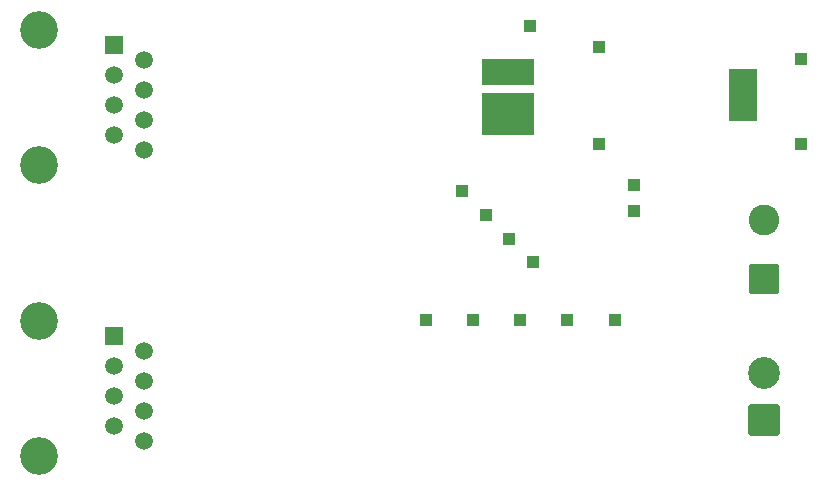
<source format=gbr>
%TF.GenerationSoftware,KiCad,Pcbnew,9.0.0*%
%TF.CreationDate,2025-04-03T15:52:47+03:00*%
%TF.ProjectId,poe splitter,706f6520-7370-46c6-9974-7465722e6b69,rev?*%
%TF.SameCoordinates,Original*%
%TF.FileFunction,Soldermask,Bot*%
%TF.FilePolarity,Negative*%
%FSLAX46Y46*%
G04 Gerber Fmt 4.6, Leading zero omitted, Abs format (unit mm)*
G04 Created by KiCad (PCBNEW 9.0.0) date 2025-04-03 15:52:47*
%MOMM*%
%LPD*%
G01*
G04 APERTURE LIST*
G04 Aperture macros list*
%AMRoundRect*
0 Rectangle with rounded corners*
0 $1 Rounding radius*
0 $2 $3 $4 $5 $6 $7 $8 $9 X,Y pos of 4 corners*
0 Add a 4 corners polygon primitive as box body*
4,1,4,$2,$3,$4,$5,$6,$7,$8,$9,$2,$3,0*
0 Add four circle primitives for the rounded corners*
1,1,$1+$1,$2,$3*
1,1,$1+$1,$4,$5*
1,1,$1+$1,$6,$7*
1,1,$1+$1,$8,$9*
0 Add four rect primitives between the rounded corners*
20,1,$1+$1,$2,$3,$4,$5,0*
20,1,$1+$1,$4,$5,$6,$7,0*
20,1,$1+$1,$6,$7,$8,$9,0*
20,1,$1+$1,$8,$9,$2,$3,0*%
%AMOutline4P*
0 Free polygon, 4 corners , with rotation*
0 The origin of the aperture is its center*
0 number of corners: always 4*
0 $1 to $8 corner X, Y*
0 $9 Rotation angle, in degrees counterclockwise*
0 create outline with 4 corners*
4,1,4,$1,$2,$3,$4,$5,$6,$7,$8,$1,$2,$9*%
G04 Aperture macros list end*
%ADD10R,1.000000X1.000000*%
%ADD11RoundRect,0.250001X1.099999X-1.099999X1.099999X1.099999X-1.099999X1.099999X-1.099999X-1.099999X0*%
%ADD12C,2.700000*%
%ADD13C,0.600000*%
%ADD14R,4.370000X2.290000*%
%ADD15R,4.370000X3.560000*%
%ADD16C,3.200000*%
%ADD17R,1.500000X1.500000*%
%ADD18C,1.500000*%
%ADD19RoundRect,0.250000X1.050000X-1.050000X1.050000X1.050000X-1.050000X1.050000X-1.050000X-1.050000X0*%
%ADD20C,2.600000*%
%ADD21Outline4P,-1.225000X-2.175000X1.225000X-2.175000X1.225000X2.175000X-1.225000X2.175000X0.000000*%
G04 APERTURE END LIST*
D10*
%TO.C,TP11*%
X105900000Y-77977500D03*
%TD*%
D11*
%TO.C,J4*%
X130550000Y-86457500D03*
D12*
X130550000Y-82497500D03*
%TD*%
D10*
%TO.C,TP12*%
X109900000Y-78000000D03*
%TD*%
D13*
%TO.C,U1*%
X107220000Y-56480000D03*
X107220000Y-57600000D03*
X108340000Y-56480000D03*
X108340000Y-57600000D03*
D14*
X108900000Y-57040000D03*
D13*
X109460000Y-56480000D03*
X109460000Y-57600000D03*
X110580000Y-56480000D03*
X110580000Y-57600000D03*
X107220000Y-59405000D03*
X107220000Y-60525000D03*
X107220000Y-61645000D03*
X108340000Y-59405000D03*
X108340000Y-60525000D03*
X108340000Y-61645000D03*
D15*
X108900000Y-60525000D03*
D13*
X109460000Y-59405000D03*
X109460000Y-60525000D03*
X109460000Y-61645000D03*
X110580000Y-59405000D03*
X110580000Y-60525000D03*
X110580000Y-61645000D03*
%TD*%
D16*
%TO.C,J1*%
X69130000Y-53445000D03*
X69130000Y-64875000D03*
D17*
X75480000Y-54715000D03*
D18*
X78020000Y-55985000D03*
X75480000Y-57255000D03*
X78020000Y-58525000D03*
X75480000Y-59795000D03*
X78020000Y-61065000D03*
X75480000Y-62335000D03*
X78020000Y-63605000D03*
%TD*%
D10*
%TO.C,TP10*%
X101900000Y-77977500D03*
%TD*%
D16*
%TO.C,J2*%
X69130000Y-78125000D03*
X69130000Y-89555000D03*
D17*
X75480000Y-79395000D03*
D18*
X78020000Y-80665000D03*
X75480000Y-81935000D03*
X78020000Y-83205000D03*
X75480000Y-84475000D03*
X78020000Y-85745000D03*
X75480000Y-87015000D03*
X78020000Y-88285000D03*
%TD*%
D10*
%TO.C,TP7*%
X111000000Y-73100000D03*
%TD*%
D19*
%TO.C,J3*%
X130572500Y-74500000D03*
D20*
X130572500Y-69500000D03*
%TD*%
D10*
%TO.C,TP3*%
X133700000Y-55900000D03*
%TD*%
%TO.C,TP9*%
X133700000Y-63100000D03*
%TD*%
%TO.C,TP15*%
X110700000Y-53100000D03*
%TD*%
%TO.C,TP5*%
X107000000Y-69100000D03*
%TD*%
D21*
%TO.C,U2*%
X128780000Y-58940000D03*
%TD*%
D10*
%TO.C,TP16*%
X119500000Y-66600000D03*
%TD*%
%TO.C,TP8*%
X119500000Y-68800000D03*
%TD*%
%TO.C,TP6*%
X109000000Y-71100000D03*
%TD*%
%TO.C,TP1*%
X116600000Y-54900000D03*
%TD*%
%TO.C,TP13*%
X113900000Y-78000000D03*
%TD*%
%TO.C,TP2*%
X116600000Y-63100000D03*
%TD*%
%TO.C,TP14*%
X117900000Y-78000000D03*
%TD*%
%TO.C,TP4*%
X105000000Y-67100000D03*
%TD*%
M02*

</source>
